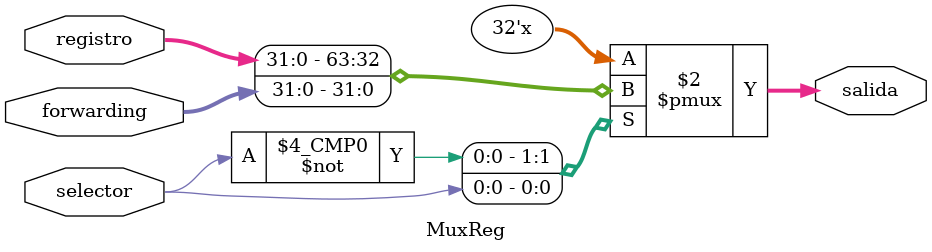
<source format=v>
`timescale 1ns / 1ps
module MuxReg(
			input [31:0] registro,forwarding,
			input selector,
			output reg [31:0] salida
    );
always@(*)
		begin
			case(selector)
				2'b00: salida <= registro;
				2'b01: salida <= forwarding;
				default: salida <= registro;
			endcase
				
		end


endmodule

</source>
